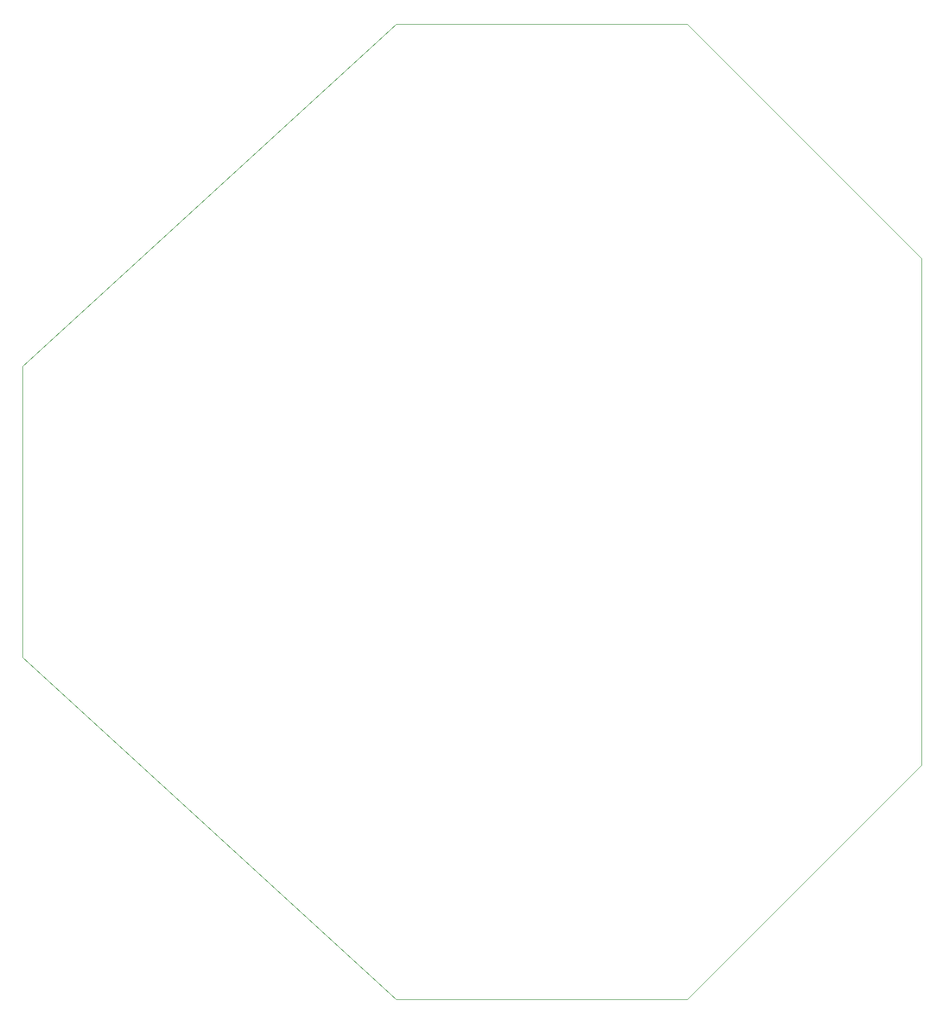
<source format=gbr>
%TF.GenerationSoftware,KiCad,Pcbnew,(5.1.9)-1*%
%TF.CreationDate,2021-08-06T15:51:31-06:00*%
%TF.ProjectId,VacuumFeedThruHDMI,56616375-756d-4466-9565-645468727548,rev?*%
%TF.SameCoordinates,Original*%
%TF.FileFunction,Profile,NP*%
%FSLAX46Y46*%
G04 Gerber Fmt 4.6, Leading zero omitted, Abs format (unit mm)*
G04 Created by KiCad (PCBNEW (5.1.9)-1) date 2021-08-06 15:51:31*
%MOMM*%
%LPD*%
G01*
G04 APERTURE LIST*
%TA.AperFunction,Profile*%
%ADD10C,0.050000*%
%TD*%
G04 APERTURE END LIST*
D10*
X-23000000Y-77000000D02*
X23000000Y-77000000D01*
X-23000000Y77000000D02*
X23000000Y77000000D01*
X60000000Y-40000000D02*
X60000000Y40000000D01*
X23000000Y-77000000D02*
X60000000Y-40000000D01*
X23000000Y77000000D02*
X60000000Y40000000D01*
X-82000000Y23000000D02*
X-82000000Y-23000000D01*
X-82000000Y-23000000D02*
X-23000000Y-77000000D01*
X-23000000Y77000000D02*
X-82000000Y23000000D01*
M02*

</source>
